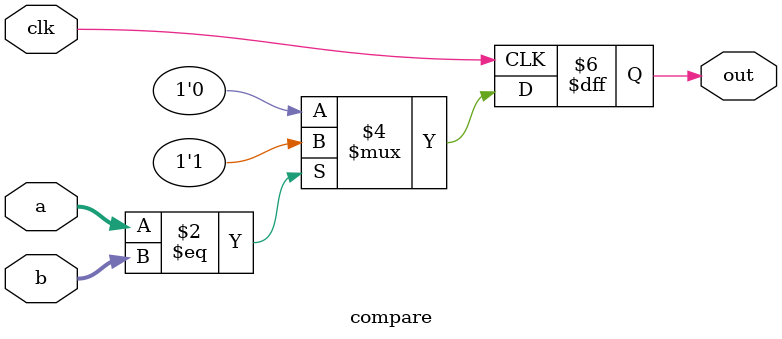
<source format=v>
module compare(a,b,out,clk);


input [5:0]a,b;
input clk;
output reg out;



always @(posedge clk)
begin

    if(a==b)
        out = 1;
        
    else 
        out =0;

end

endmodule

</source>
